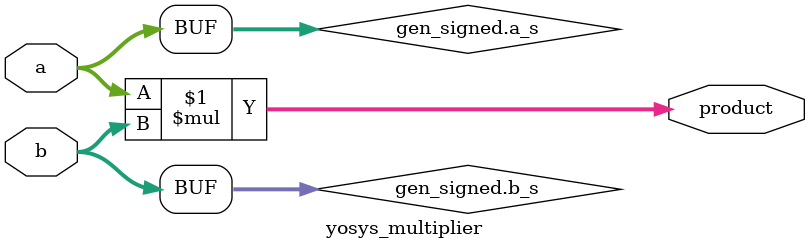
<source format=sv>
module yosys_multiplier #(
    parameter W = 16,
    parameter SIGNED = 1  // 1 = signed, 0 = unsigned
) (
    input  logic [  W-1:0] a,
    input  logic [  W-1:0] b,
    output logic [2*W-1:0] product
);
  generate
    if (SIGNED) begin : gen_signed
      wire signed [W-1:0] a_s = a;
      wire signed [W-1:0] b_s = b;
      assign product = a_s * b_s;
    end else begin : gen_unsigned
      assign product = a * b;
    end
  endgenerate
endmodule

</source>
